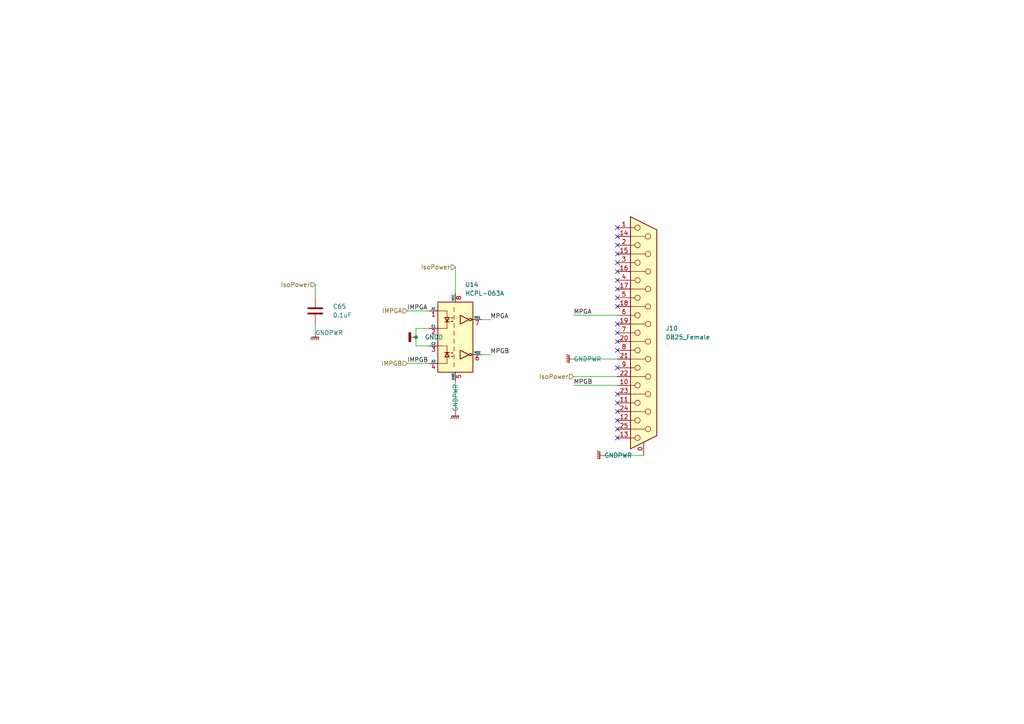
<source format=kicad_sch>
(kicad_sch (version 20211123) (generator eeschema)
  (paper "A4")
  (lib_symbols
    (symbol "Connector:DB25_Female_MountingHoles" (pin_names (offset 1.016) hide)
      (property "Reference" "J" (at 0 36.83 0))
      (property "Value" "DB25_Female_MountingHoles" (at 0 34.925 0))
      (symbol "DB25_Female_MountingHoles_0_1"
        (circle (center -1.778 -30.48) (radius 0.762))
        (circle (center -1.778 -25.4) (radius 0.762))
        (circle (center -1.778 -20.32) (radius 0.762))
        (circle (center -1.778 -15.24) (radius 0.762))
        (circle (center -1.778 -10.16) (radius 0.762))
        (circle (center -1.778 -5.08) (radius 0.762))
        (circle (center -1.778 0) (radius 0.762))
        (circle (center -1.778 5.08) (radius 0.762))
        (circle (center -1.778 10.16) (radius 0.762))
        (circle (center -1.778 15.24) (radius 0.762))
        (circle (center -1.778 20.32) (radius 0.762))
        (circle (center -1.778 25.4) (radius 0.762))
        (circle (center -1.778 30.48) (radius 0.762))
        (polyline (pts (xy -3.81 -30.48) (xy -2.54 -30.48)))
        (polyline (pts (xy -3.81 -27.94) (xy 0.508 -27.94)))
        (polyline (pts (xy -3.81 -25.4) (xy -2.54 -25.4)))
        (polyline (pts (xy -3.81 -22.86) (xy 0.508 -22.86)))
        (polyline (pts (xy -3.81 -20.32) (xy -2.54 -20.32)))
        (polyline (pts (xy -3.81 -17.78) (xy 0.508 -17.78)))
        (polyline (pts (xy -3.81 -15.24) (xy -2.54 -15.24)))
        (polyline (pts (xy -3.81 -12.7) (xy 0.508 -12.7)))
        (polyline (pts (xy -3.81 -10.16) (xy -2.54 -10.16)))
        (polyline (pts (xy -3.81 -7.62) (xy 0.508 -7.62)))
        (polyline (pts (xy -3.81 -5.08) (xy -2.54 -5.08)))
        (polyline (pts (xy -3.81 -2.54) (xy 0.508 -2.54)))
        (polyline (pts (xy -3.81 0) (xy -2.54 0)))
        (polyline (pts (xy -3.81 2.54) (xy 0.508 2.54)))
        (polyline (pts (xy -3.81 5.08) (xy -2.54 5.08)))
        (polyline (pts (xy -3.81 7.62) (xy 0.508 7.62)))
        (polyline (pts (xy -3.81 10.16) (xy -2.54 10.16)))
        (polyline (pts (xy -3.81 12.7) (xy 0.508 12.7)))
        (polyline (pts (xy -3.81 15.24) (xy -2.54 15.24)))
        (polyline (pts (xy -3.81 17.78) (xy 0.508 17.78)))
        (polyline (pts (xy -3.81 20.32) (xy -2.54 20.32)))
        (polyline (pts (xy -3.81 22.86) (xy 0.508 22.86)))
        (polyline (pts (xy -3.81 25.4) (xy -2.54 25.4)))
        (polyline (pts (xy -3.81 27.94) (xy 0.508 27.94)))
        (polyline (pts (xy -3.81 30.48) (xy -2.54 30.48)))
        (polyline (pts (xy -3.81 33.655) (xy 3.81 29.845) (xy 3.81 -29.845) (xy -3.81 -33.655) (xy -3.81 33.655)) (stroke (width 0.254)) (fill (type background)))
        (circle (center 1.27 -27.94) (radius 0.762))
        (circle (center 1.27 -22.86) (radius 0.762))
        (circle (center 1.27 -17.78) (radius 0.762))
        (circle (center 1.27 -12.7) (radius 0.762))
        (circle (center 1.27 -7.62) (radius 0.762))
        (circle (center 1.27 -2.54) (radius 0.762))
        (circle (center 1.27 2.54) (radius 0.762))
        (circle (center 1.27 7.62) (radius 0.762))
        (circle (center 1.27 12.7) (radius 0.762))
        (circle (center 1.27 17.78) (radius 0.762))
        (circle (center 1.27 22.86) (radius 0.762))
        (circle (center 1.27 27.94) (radius 0.762))
      )
      (symbol "DB25_Female_MountingHoles_1_1"
        (pin passive line (at 0 -35.56 90) (length 3.81) (name "PAD") (number "0"))
        (pin passive line (at -7.62 30.48 0) (length 3.81) (name "1") (number "1"))
        (pin passive line (at -7.62 -15.24 0) (length 3.81) (name "10") (number "10"))
        (pin passive line (at -7.62 -20.32 0) (length 3.81) (name "11") (number "11"))
        (pin passive line (at -7.62 -25.4 0) (length 3.81) (name "12") (number "12"))
        (pin passive line (at -7.62 -30.48 0) (length 3.81) (name "13") (number "13"))
        (pin passive line (at -7.62 27.94 0) (length 3.81) (name "P14") (number "14"))
        (pin passive line (at -7.62 22.86 0) (length 3.81) (name "P15") (number "15"))
        (pin passive line (at -7.62 17.78 0) (length 3.81) (name "P16") (number "16"))
        (pin passive line (at -7.62 12.7 0) (length 3.81) (name "P17") (number "17"))
        (pin passive line (at -7.62 7.62 0) (length 3.81) (name "P18") (number "18"))
        (pin passive line (at -7.62 2.54 0) (length 3.81) (name "P19") (number "19"))
        (pin passive line (at -7.62 25.4 0) (length 3.81) (name "2") (number "2"))
        (pin passive line (at -7.62 -2.54 0) (length 3.81) (name "P20") (number "20"))
        (pin passive line (at -7.62 -7.62 0) (length 3.81) (name "P21") (number "21"))
        (pin passive line (at -7.62 -12.7 0) (length 3.81) (name "P22") (number "22"))
        (pin passive line (at -7.62 -17.78 0) (length 3.81) (name "P23") (number "23"))
        (pin passive line (at -7.62 -22.86 0) (length 3.81) (name "P24") (number "24"))
        (pin passive line (at -7.62 -27.94 0) (length 3.81) (name "P25") (number "25"))
        (pin passive line (at -7.62 20.32 0) (length 3.81) (name "3") (number "3"))
        (pin passive line (at -7.62 15.24 0) (length 3.81) (name "4") (number "4"))
        (pin passive line (at -7.62 10.16 0) (length 3.81) (name "5") (number "5"))
        (pin passive line (at -7.62 5.08 0) (length 3.81) (name "6") (number "6"))
        (pin passive line (at -7.62 0 0) (length 3.81) (name "7") (number "7"))
        (pin passive line (at -7.62 -5.08 0) (length 3.81) (name "8") (number "8"))
        (pin passive line (at -7.62 -10.16 0) (length 3.81) (name "9") (number "9"))
      )
    )
    (symbol "Device:C" (pin_numbers hide) (pin_names (offset 0.254))
      (property "Reference" "C" (at 0.635 2.54 0))
      (property "Value" "C" (at 0.635 -2.54 0))
      (symbol "C_0_1"
        (polyline (pts (xy -2.032 -0.762) (xy 2.032 -0.762)) (stroke (width 0.508)))
        (polyline (pts (xy -2.032 0.762) (xy 2.032 0.762)) (stroke (width 0.508)))
      )
      (symbol "C_1_1"
        (pin passive line (at 0 3.81 270) (length 2.794) (name "~") (number "1"))
        (pin passive line (at 0 -3.81 90) (length 2.794) (name "~") (number "2"))
      )
    )
    (symbol "Isolator:HCPL-063A" (pin_names (offset 0))
      (property "Reference" "U" (at -4.064 11.43 0))
      (property "Value" "HCPL-063A" (at 7.874 11.43 0))
      (symbol "HCPL-063A_0_1"
        (rectangle (start -5.08 10.16) (end 5.08 -10.16) (stroke (width 0.254)) (fill (type background)))
      )
      (symbol "HCPL-063A_1_1"
        (polyline (pts (xy -3.048 -4.445) (xy -1.778 -4.445)) (stroke (width 0.254)))
        (polyline (pts (xy -3.048 4.445) (xy -1.778 4.445)) (stroke (width 0.254)))
        (polyline (pts (xy -0.381 -7.366) (xy -0.381 -8.636)))
        (polyline (pts (xy -0.381 -5.08) (xy -0.381 -6.35)))
        (polyline (pts (xy -0.381 -2.794) (xy -0.381 -4.064)))
        (polyline (pts (xy -0.381 -0.508) (xy -0.381 -1.778)))
        (polyline (pts (xy -0.381 1.778) (xy -0.381 0.508)))
        (polyline (pts (xy -0.381 4.064) (xy -0.381 2.794)))
        (polyline (pts (xy -0.381 6.35) (xy -0.381 5.08)))
        (polyline (pts (xy -0.381 8.636) (xy -0.381 7.366)))
        (polyline (pts (xy 4.699 -5.08) (xy 5.207 -5.08)) (stroke (width 0.254)))
        (polyline (pts (xy 4.699 5.08) (xy 5.334 5.08)) (stroke (width 0.254)))
        (polyline (pts (xy -4.953 -7.62) (xy -2.413 -7.62) (xy -2.413 -5.715)))
        (polyline (pts (xy -4.953 7.62) (xy -2.413 7.62) (xy -2.413 4.318)))
        (polyline (pts (xy -2.413 -5.842) (xy -2.413 -2.54) (xy -4.953 -2.54)))
        (polyline (pts (xy -2.413 4.445) (xy -2.413 2.54) (xy -4.953 2.54)))
        (polyline (pts (xy -2.413 -4.445) (xy -3.048 -5.715) (xy -1.778 -5.715) (xy -2.413 -4.445)) (stroke (width 0.254)))
        (polyline (pts (xy -2.413 4.445) (xy -3.048 5.715) (xy -1.778 5.715) (xy -2.413 4.445)) (stroke (width 0.254)))
        (polyline (pts (xy 3.937 -5.08) (xy 1.397 -3.81) (xy 1.397 -6.35) (xy 3.937 -5.08)) (stroke (width 0.254)))
        (polyline (pts (xy 3.937 5.08) (xy 1.397 6.35) (xy 1.397 3.81) (xy 3.937 5.08)) (stroke (width 0.254)))
        (polyline (pts (xy -1.397 -5.588) (xy -0.635 -5.588) (xy -1.016 -5.715) (xy -1.016 -5.461) (xy -0.635 -5.588)) (stroke (width 0.127)))
        (polyline (pts (xy -1.397 -4.572) (xy -0.635 -4.572) (xy -1.016 -4.699) (xy -1.016 -4.445) (xy -0.635 -4.572)) (stroke (width 0.127)))
        (polyline (pts (xy -1.397 4.572) (xy -0.635 4.572) (xy -1.016 4.445) (xy -1.016 4.699) (xy -0.635 4.572)) (stroke (width 0.127)))
        (polyline (pts (xy -1.397 5.588) (xy -0.635 5.588) (xy -1.016 5.461) (xy -1.016 5.715) (xy -0.635 5.588)) (stroke (width 0.127)))
        (circle (center 4.318 -5.08) (radius 0.3556) (stroke (width 0.254)))
        (circle (center 4.318 5.08) (radius 0.3556) (stroke (width 0.254)))
        (pin passive line (at -7.62 7.62 0) (length 2.54) (name "A1") (number "1"))
        (pin passive line (at -7.62 2.54 0) (length 2.54) (name "C1") (number "2"))
        (pin passive line (at -7.62 -2.54 0) (length 2.54) (name "C2") (number "3"))
        (pin passive line (at -7.62 -7.62 0) (length 2.54) (name "A2") (number "4"))
        (pin power_in line (at 0 -12.7 90) (length 2.54) (name "GND") (number "5"))
        (pin open_collector line (at 7.62 -5.08 180) (length 2.54) (name "VO2") (number "6"))
        (pin open_collector line (at 7.62 5.08 180) (length 2.54) (name "VO1") (number "7"))
        (pin power_in line (at 0 12.7 270) (length 2.54) (name "VCC") (number "8"))
      )
    )
    (symbol "power:GNDD" (power) (pin_names (offset 0))
      (property "Value" "GNDD" (at 0 -3.175 0))
      (symbol "GNDD_0_1"
        (rectangle (start -1.27 -1.524) (end 1.27 -2.032) (stroke (width 0.254)) (fill (type outline)))
        (polyline (pts (xy 0 0) (xy 0 -1.524)))
      )
      (symbol "GNDD_1_1"
        (pin power_in line (at 0 0 270) (length 0) hide (name "GNDD") (number "1"))
      )
    )
    (symbol "power:GNDPWR" (power) (pin_names (offset 0))
      (property "Value" "GNDPWR" (at 0 -3.302 0))
      (symbol "GNDPWR_0_1"
        (polyline (pts (xy 0 -1.27) (xy 0 0)))
        (polyline (pts (xy -1.016 -1.27) (xy -1.27 -2.032) (xy -1.27 -2.032)) (stroke (width 0.2032)))
        (polyline (pts (xy -0.508 -1.27) (xy -0.762 -2.032) (xy -0.762 -2.032)) (stroke (width 0.2032)))
        (polyline (pts (xy 0 -1.27) (xy -0.254 -2.032) (xy -0.254 -2.032)) (stroke (width 0.2032)))
        (polyline (pts (xy 0.508 -1.27) (xy 0.254 -2.032) (xy 0.254 -2.032)) (stroke (width 0.2032)))
        (polyline (pts (xy 1.016 -1.27) (xy -1.016 -1.27) (xy -1.016 -1.27)) (stroke (width 0.2032)))
        (polyline (pts (xy 1.016 -1.27) (xy 0.762 -2.032) (xy 0.762 -2.032) (xy 0.762 -2.032)) (stroke (width 0.2032)))
      )
      (symbol "GNDPWR_1_1"
        (pin power_in line (at 0 0 270) (length 0) hide (name "GNDPWR") (number "1"))
      )
    )
  )
  (junction (at 120.65 97.79))
  (no_connect (at 179.07 88.9))
  (no_connect (at 179.07 119.38))
  (no_connect (at 179.07 124.46))
  (no_connect (at 179.07 73.66))
  (no_connect (at 179.07 76.2))
  (no_connect (at 179.07 68.58))
  (no_connect (at 179.07 78.74))
  (no_connect (at 179.07 71.12))
  (no_connect (at 179.07 81.28))
  (no_connect (at 179.07 93.98))
  (no_connect (at 179.07 121.92))
  (no_connect (at 179.07 116.84))
  (no_connect (at 179.07 66.04))
  (no_connect (at 179.07 99.06))
  (no_connect (at 179.07 83.82))
  (no_connect (at 179.07 114.3))
  (no_connect (at 179.07 86.36))
  (no_connect (at 179.07 127))
  (no_connect (at 179.07 106.68))
  (no_connect (at 179.07 96.52))
  (no_connect (at 179.07 101.6))
  (wire (pts (xy 120.65 95.25) (xy 120.65 97.79)))
  (wire (pts (xy 120.65 100.33) (xy 120.65 97.79)))
  (wire (pts (xy 166.37 104.14) (xy 179.07 104.14)))
  (wire (pts (xy 118.11 105.41) (xy 124.46 105.41)))
  (wire (pts (xy 175.26 132.08) (xy 186.69 132.08)))
  (wire (pts (xy 166.37 109.22) (xy 179.07 109.22)))
  (wire (pts (xy 132.08 119.38) (xy 132.08 110.49)))
  (wire (pts (xy 124.46 95.25) (xy 120.65 95.25)))
  (wire (pts (xy 142.24 102.87) (xy 139.7 102.87)))
  (wire (pts (xy 124.46 100.33) (xy 120.65 100.33)))
  (wire (pts (xy 142.24 92.71) (xy 139.7 92.71)))
  (wire (pts (xy 91.44 96.52) (xy 91.44 93.98)))
  (wire (pts (xy 166.37 91.44) (xy 179.07 91.44)))
  (wire (pts (xy 132.08 77.47) (xy 132.08 85.09)))
  (wire (pts (xy 166.37 111.76) (xy 179.07 111.76)))
  (wire (pts (xy 91.44 82.55) (xy 91.44 86.36)))
  (wire (pts (xy 118.11 90.17) (xy 124.46 90.17)))
  (label "MPGB" (at 166.37 111.76 0))
  (label "IMPGB" (at 118.11 105.41 0))
  (label "MPGA" (at 166.37 91.44 0))
  (label "MPGB" (at 142.24 102.87 0))
  (label "MPGA" (at 142.24 92.71 0))
  (label "IMPGA" (at 118.11 90.17 0))
  (hierarchical_label "IsoPower" (shape input) (at 132.08 77.47 180))
  (hierarchical_label "IMPGB" (shape input) (at 118.11 105.41 180))
  (hierarchical_label "IsoPower" (shape input) (at 91.44 82.55 180))
  (hierarchical_label "IMPGA" (shape input) (at 118.11 90.17 180))
  (hierarchical_label "IsoPower" (shape input) (at 166.37 109.22 180))
  (symbol (lib_id "power:GNDPWR") (at 91.44 96.52 0) (unit 1)
    (property "Reference" "#PWR0140" (effects hide))
    (property "Value" "GNDPWR" (at 91.44 96.52 0) (effects (justify left)))
  )
  (symbol (lib_id "Connector:DB25_Female_MountingHoles") (at 186.69 96.52 0) (unit 1)
    (property "Reference" "J10" (at 193.04 95.2499 0) (effects (justify left)))
    (property "Value" "DB25_Female" (at 193.04 97.7899 0) (effects (justify left)))
    (property "Footprint" "Connector_Dsub:DSUB-25_Female_Vertical_P2.77x2.84mm_MountingHoles" (effects hide))
    (property "Datasheet" " ~" (effects hide))
  )
  (symbol (lib_id "Isolator:HCPL-063A") (at 132.08 97.79 0) (unit 1)
    (property "Reference" "U14" (at 134.8487 82.55 0) (effects (justify left)))
    (property "Value" "HCPL-063A" (at 134.8487 85.09 0) (effects (justify left)))
    (property "Footprint" "Package_SO:SOIC-8_3.9x4.9mm_P1.27mm" (effects hide))
    (property "Datasheet" "http://docs.avagotech.com/docs/AV02-0391EN" (effects hide))
  )
  (symbol (lib_id "power:GNDPWR") (at 166.37 104.14 270) (unit 1)
    (property "Reference" "#PWR0136" (effects hide))
    (property "Value" "GNDPWR" (at 166.37 104.14 90) (effects (justify left)))
  )
  (symbol (lib_id "power:GNDD") (at 120.65 97.79 270) (unit 1)
    (property "Reference" "#PWR0138" (effects hide))
    (property "Value" "GNDD" (at 123.19 97.7899 90) (effects (justify left)))
  )
  (symbol (lib_id "Device:C") (at 91.44 90.17 180) (unit 1)
    (property "Reference" "C65" (at 96.52 88.8999 0) (effects (justify right)))
    (property "Value" "0.1uF" (at 96.52 91.4399 0) (effects (justify right)))
    (property "Footprint" "Capacitor_SMD:C_0805_2012Metric" (effects hide))
  )
  (symbol (lib_id "power:GNDPWR") (at 132.08 119.38 0) (unit 1)
    (property "Reference" "#PWR0141" (effects hide))
    (property "Value" "GNDPWR" (at 132.08 119.38 90) (effects (justify left)))
  )
  (symbol (lib_id "power:GNDPWR") (at 175.26 132.08 270) (unit 1)
    (property "Reference" "#PWR0137" (effects hide))
    (property "Value" "GNDPWR" (at 175.26 132.08 90) (effects (justify left)))
  )
)
</source>
